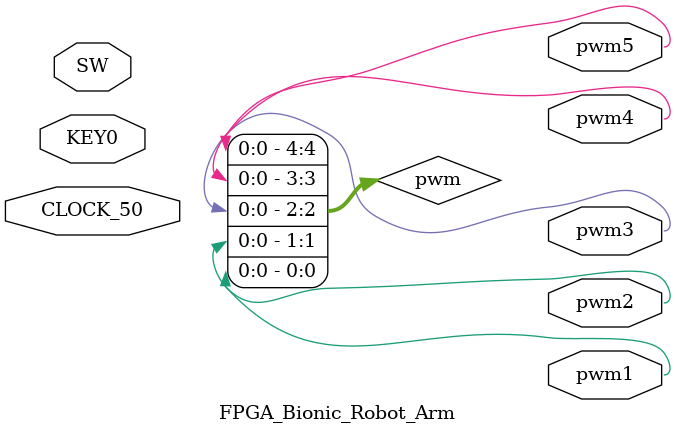
<source format=sv>
module FPGA_Bionic_Robot_Arm (
    input  CLOCK_50,
    input KEY0,
    input [7:0] SW,
    output pwm1, pwm2, pwm3, pwm4, pwm5
);

    wire [4:0] pwm;

    assign pwm1 = pwm[0];
    assign pwm2 = pwm[1];
    assign pwm3 = pwm[2];
    assign pwm4 = pwm[3];
    assign pwm5 = pwm[4];

    wire [7:0] gesture_input;

    button_input button_input_inst (
        .clk(CLOCK_50),
        .button(KEY0),
        .sw(SW),
        .gesture(gesture_input)
    );


endmodule

</source>
